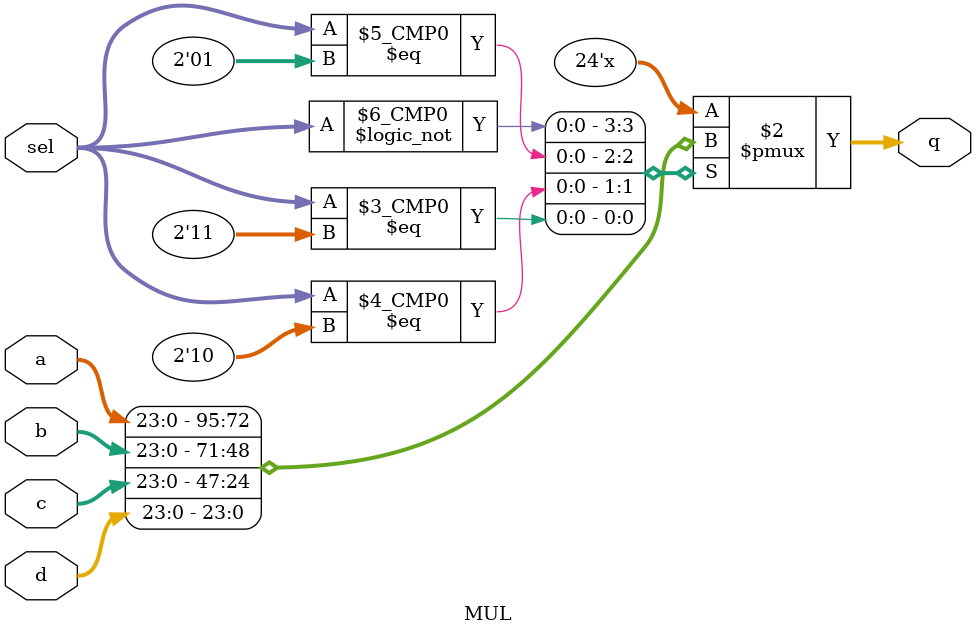
<source format=v>
module MUL (sel, a, b, c, d, q);
	// ==============in out dec=============//
	input [1:0]sel;
	input [23:0]a;		// 24 bits for inputs and output
	input [23:0]b;
	input [23:0]c;
	input [23:0]d;
	
	output reg [23:0]q;
	
	always @ (sel) begin  
      case (sel)  
         2'b00 : q <= a;  
         2'b01 : q <= b;  
         2'b10 : q <= c;  
         2'b11 : q <= d;  
      endcase  
   end  
endmodule

</source>
